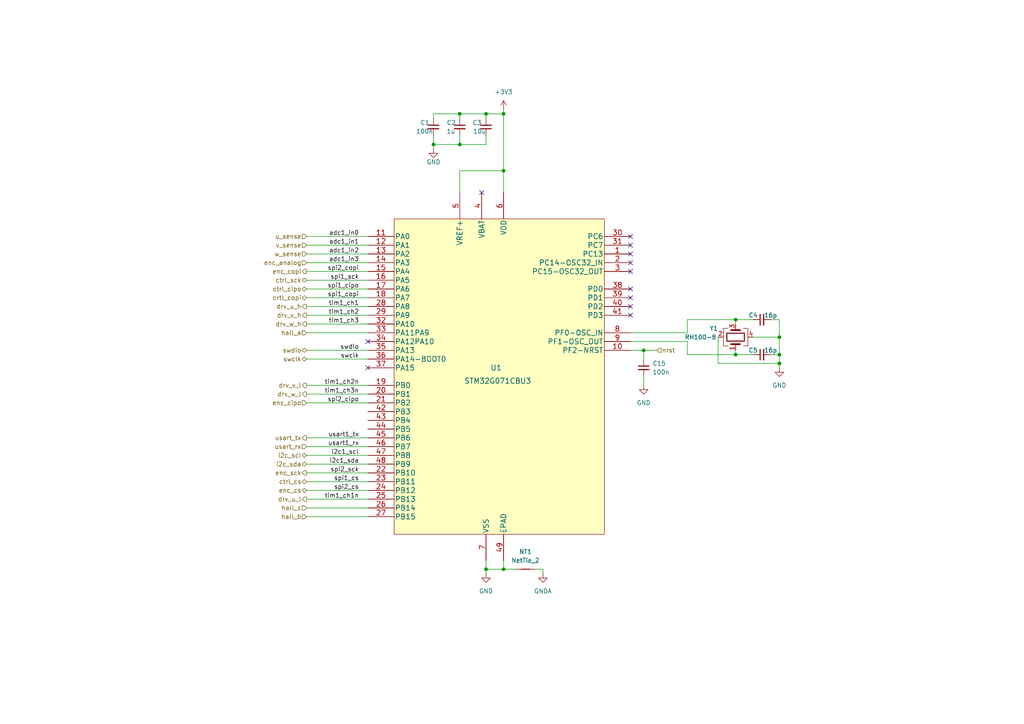
<source format=kicad_sch>
(kicad_sch (version 20230121) (generator eeschema)
  (paper "A4")
  (lib_symbols
    (symbol "Device:C_Small" (pin_numbers hide) (pin_names (offset 0.254) hide)
      (property "Reference" "C" (at 0.254 1.778 0))
      (property "Value" "C_Small" (at 0.254 -2.032 0))
      (symbol "C_Small_0_1"
        (polyline (pts (xy -1.524 -0.508) (xy 1.524 -0.508)) (stroke (width 0.3302)))
        (polyline (pts (xy -1.524 0.508) (xy 1.524 0.508)) (stroke (width 0.3048)))
      )
      (symbol "C_Small_1_1"
        (pin passive line (at 0 2.54 270) (length 2.032) (name "~") (number "1"))
        (pin passive line (at 0 -2.54 90) (length 2.032) (name "~") (number "2"))
      )
    )
    (symbol "Device:Crystal_GND24" (pin_names (offset 1.016) hide)
      (property "Reference" "Y" (at 3.175 5.08 0))
      (property "Value" "Crystal_GND24" (at 3.175 3.175 0))
      (symbol "Crystal_GND24_0_1"
        (rectangle (start -1.143 2.54) (end 1.143 -2.54) (stroke (width 0.3048)))
        (polyline (pts (xy -2.54 0) (xy -2.032 0)))
        (polyline (pts (xy -2.032 -1.27) (xy -2.032 1.27)) (stroke (width 0.508)))
        (polyline (pts (xy 0 -3.81) (xy 0 -3.556)))
        (polyline (pts (xy 0 3.556) (xy 0 3.81)))
        (polyline (pts (xy 2.032 -1.27) (xy 2.032 1.27)) (stroke (width 0.508)))
        (polyline (pts (xy 2.032 0) (xy 2.54 0)))
        (polyline (pts (xy -2.54 -2.286) (xy -2.54 -3.556) (xy 2.54 -3.556) (xy 2.54 -2.286)))
        (polyline (pts (xy -2.54 2.286) (xy -2.54 3.556) (xy 2.54 3.556) (xy 2.54 2.286)))
      )
      (symbol "Crystal_GND24_1_1"
        (pin passive line (at -3.81 0 0) (length 1.27) (name "1") (number "1"))
        (pin passive line (at 0 5.08 270) (length 1.27) (name "2") (number "2"))
        (pin passive line (at 3.81 0 180) (length 1.27) (name "3") (number "3"))
        (pin passive line (at 0 -5.08 90) (length 1.27) (name "4") (number "4"))
      )
    )
    (symbol "Device:NetTie_2" (pin_numbers hide) (pin_names (offset 0) hide)
      (property "Reference" "NT" (at 0 1.27 0))
      (property "Value" "NetTie_2" (at 0 -1.27 0))
      (symbol "NetTie_2_0_1"
        (polyline (pts (xy -1.27 0) (xy 1.27 0)) (stroke (width 0.254)))
      )
      (symbol "NetTie_2_1_1"
        (pin passive line (at -2.54 0 0) (length 2.54) (name "1") (number "1"))
        (pin passive line (at 2.54 0 180) (length 2.54) (name "2") (number "2"))
      )
    )
    (symbol "a22verter:STM32G071CBU3" (pin_names (offset 0.254))
      (property "Reference" "U" (at 0 1.27 0))
      (property "Value" "STM32G071CBU3" (at 0 -1.27 0))
      (symbol "STM32G071CBU3_0_1"
        (rectangle (start -29.21 45.72) (end 31.75 -45.72) (fill (type background)))
      )
      (symbol "STM32G071CBU3_1_1"
        (pin bidirectional line (at 39.37 35.56 180) (length 7.62) (name "PC13") (number "1"))
        (pin bidirectional line (at 39.37 7.62 180) (length 7.62) (name "PF2-NRST") (number "10"))
        (pin bidirectional line (at -36.83 40.64 0) (length 7.62) (name "PA0") (number "11"))
        (pin bidirectional line (at -36.83 38.1 0) (length 7.62) (name "PA1") (number "12"))
        (pin bidirectional line (at -36.83 35.56 0) (length 7.62) (name "PA2") (number "13"))
        (pin bidirectional line (at -36.83 33.02 0) (length 7.62) (name "PA3") (number "14"))
        (pin bidirectional line (at -36.83 30.48 0) (length 7.62) (name "PA4") (number "15"))
        (pin bidirectional line (at -36.83 27.94 0) (length 7.62) (name "PA5") (number "16"))
        (pin bidirectional line (at -36.83 25.4 0) (length 7.62) (name "PA6") (number "17"))
        (pin bidirectional line (at -36.83 22.86 0) (length 7.62) (name "PA7") (number "18"))
        (pin bidirectional line (at -36.83 -2.54 0) (length 7.62) (name "PB0") (number "19"))
        (pin bidirectional line (at 39.37 33.02 180) (length 7.62) (name "PC14-OSC32_IN") (number "2"))
        (pin bidirectional line (at -36.83 -5.08 0) (length 7.62) (name "PB1") (number "20"))
        (pin bidirectional line (at -36.83 -7.62 0) (length 7.62) (name "PB2") (number "21"))
        (pin bidirectional line (at -36.83 -27.94 0) (length 7.62) (name "PB10") (number "22"))
        (pin bidirectional line (at -36.83 -30.48 0) (length 7.62) (name "PB11") (number "23"))
        (pin bidirectional line (at -36.83 -33.02 0) (length 7.62) (name "PB12") (number "24"))
        (pin bidirectional line (at -36.83 -35.56 0) (length 7.62) (name "PB13") (number "25"))
        (pin bidirectional line (at -36.83 -38.1 0) (length 7.62) (name "PB14") (number "26"))
        (pin bidirectional line (at -36.83 -40.64 0) (length 7.62) (name "PB15") (number "27"))
        (pin bidirectional line (at -36.83 20.32 0) (length 7.62) (name "PA8") (number "28"))
        (pin bidirectional line (at -36.83 17.78 0) (length 7.62) (name "PA9") (number "29"))
        (pin bidirectional line (at 39.37 30.48 180) (length 7.62) (name "PC15-OSC32_OUT") (number "3"))
        (pin bidirectional line (at 39.37 40.64 180) (length 7.62) (name "PC6") (number "30"))
        (pin bidirectional line (at 39.37 38.1 180) (length 7.62) (name "PC7") (number "31"))
        (pin bidirectional line (at -36.83 15.24 0) (length 7.62) (name "PA10") (number "32"))
        (pin bidirectional line (at -36.83 12.7 0) (length 7.62) (name "PA11PA9") (number "33"))
        (pin bidirectional line (at -36.83 10.16 0) (length 7.62) (name "PA12PA10") (number "34"))
        (pin bidirectional line (at -36.83 7.62 0) (length 7.62) (name "PA13") (number "35"))
        (pin bidirectional line (at -36.83 5.08 0) (length 7.62) (name "PA14-BOOT0") (number "36"))
        (pin bidirectional line (at -36.83 2.54 0) (length 7.62) (name "PA15") (number "37"))
        (pin bidirectional line (at 39.37 25.4 180) (length 7.62) (name "PD0") (number "38"))
        (pin bidirectional line (at 39.37 22.86 180) (length 7.62) (name "PD1") (number "39"))
        (pin power_in line (at -3.81 53.34 270) (length 7.62) (name "VBAT") (number "4"))
        (pin bidirectional line (at 39.37 20.32 180) (length 7.62) (name "PD2") (number "40"))
        (pin bidirectional line (at 39.37 17.78 180) (length 7.62) (name "PD3") (number "41"))
        (pin bidirectional line (at -36.83 -10.16 0) (length 7.62) (name "PB3") (number "42"))
        (pin bidirectional line (at -36.83 -12.7 0) (length 7.62) (name "PB4") (number "43"))
        (pin bidirectional line (at -36.83 -15.24 0) (length 7.62) (name "PB5") (number "44"))
        (pin bidirectional line (at -36.83 -17.78 0) (length 7.62) (name "PB6") (number "45"))
        (pin bidirectional line (at -36.83 -20.32 0) (length 7.62) (name "PB7") (number "46"))
        (pin bidirectional line (at -36.83 -22.86 0) (length 7.62) (name "PB8") (number "47"))
        (pin bidirectional line (at -36.83 -25.4 0) (length 7.62) (name "PB9") (number "48"))
        (pin unspecified line (at 2.54 -53.34 90) (length 7.62) (name "EPAD") (number "49"))
        (pin power_in line (at -10.16 53.34 270) (length 7.62) (name "VREF+") (number "5"))
        (pin power_in line (at 2.54 53.34 270) (length 7.62) (name "VDD") (number "6"))
        (pin power_in line (at -2.54 -53.34 90) (length 7.62) (name "VSS") (number "7"))
        (pin bidirectional line (at 39.37 12.7 180) (length 7.62) (name "PF0-OSC_IN") (number "8"))
        (pin bidirectional line (at 39.37 10.16 180) (length 7.62) (name "PF1-OSC_OUT") (number "9"))
      )
    )
    (symbol "power:+3V3" (power) (pin_names (offset 0))
      (property "Value" "+3V3" (at 0 3.556 0))
      (symbol "+3V3_0_1"
        (polyline (pts (xy -0.762 1.27) (xy 0 2.54)))
        (polyline (pts (xy 0 0) (xy 0 2.54)))
        (polyline (pts (xy 0 2.54) (xy 0.762 1.27)))
      )
      (symbol "+3V3_1_1"
        (pin power_in line (at 0 0 90) (length 0) hide (name "+3V3") (number "1"))
      )
    )
    (symbol "power:GND" (power) (pin_names (offset 0))
      (property "Value" "GND" (at 0 -3.81 0))
      (symbol "GND_0_1"
        (polyline (pts (xy 0 0) (xy 0 -1.27) (xy 1.27 -1.27) (xy 0 -2.54) (xy -1.27 -1.27) (xy 0 -1.27)))
      )
      (symbol "GND_1_1"
        (pin power_in line (at 0 0 270) (length 0) hide (name "GND") (number "1"))
      )
    )
    (symbol "power:GNDA" (power) (pin_names (offset 0))
      (property "Value" "GNDA" (at 0 -3.81 0))
      (symbol "GNDA_0_1"
        (polyline (pts (xy 0 0) (xy 0 -1.27) (xy 1.27 -1.27) (xy 0 -2.54) (xy -1.27 -1.27) (xy 0 -1.27)))
      )
      (symbol "GNDA_1_1"
        (pin power_in line (at 0 0 270) (length 0) hide (name "GNDA") (number "1"))
      )
    )
  )
  (junction (at 140.97 33.02))
  (junction (at 146.05 165.1))
  (junction (at 146.05 49.53))
  (junction (at 125.73 41.91))
  (junction (at 226.06 97.79))
  (junction (at 213.36 102.87))
  (junction (at 226.06 102.87))
  (junction (at 133.35 33.02))
  (junction (at 133.35 41.91))
  (junction (at 186.69 101.6))
  (junction (at 213.36 92.71))
  (junction (at 146.05 33.02))
  (junction (at 226.06 105.41))
  (junction (at 140.97 165.1))
  (no_connect (at 106.68 106.68))
  (no_connect (at 106.68 99.06))
  (no_connect (at 182.88 88.9))
  (no_connect (at 182.88 91.44))
  (no_connect (at 182.88 68.58))
  (no_connect (at 182.88 71.12))
  (no_connect (at 182.88 73.66))
  (no_connect (at 182.88 76.2))
  (no_connect (at 182.88 78.74))
  (no_connect (at 182.88 83.82))
  (no_connect (at 139.7 55.88))
  (no_connect (at 182.88 86.36))
  (wire (pts (xy 133.35 41.91) (xy 140.97 41.91)))
  (wire (pts (xy 213.36 92.71) (xy 218.44 92.71)))
  (wire (pts (xy 88.9 116.84) (xy 106.68 116.84)))
  (wire (pts (xy 182.88 96.52) (xy 199.39 96.52)))
  (wire (pts (xy 186.69 101.6) (xy 190.5 101.6)))
  (wire (pts (xy 146.05 165.1) (xy 149.86 165.1)))
  (wire (pts (xy 199.39 102.87) (xy 213.36 102.87)))
  (wire (pts (xy 125.73 33.02) (xy 125.73 34.29)))
  (wire (pts (xy 140.97 162.56) (xy 140.97 165.1)))
  (wire (pts (xy 125.73 39.37) (xy 125.73 41.91)))
  (wire (pts (xy 146.05 33.02) (xy 146.05 49.53)))
  (wire (pts (xy 88.9 96.52) (xy 106.68 96.52)))
  (wire (pts (xy 88.9 147.32) (xy 106.68 147.32)))
  (wire (pts (xy 88.9 68.58) (xy 106.68 68.58)))
  (wire (pts (xy 199.39 92.71) (xy 199.39 96.52)))
  (wire (pts (xy 133.35 33.02) (xy 133.35 34.29)))
  (wire (pts (xy 88.9 76.2) (xy 106.68 76.2)))
  (wire (pts (xy 88.9 142.24) (xy 106.68 142.24)))
  (wire (pts (xy 88.9 101.6) (xy 106.68 101.6)))
  (wire (pts (xy 226.06 92.71) (xy 226.06 97.79)))
  (wire (pts (xy 223.52 102.87) (xy 226.06 102.87)))
  (wire (pts (xy 213.36 101.6) (xy 213.36 102.87)))
  (wire (pts (xy 199.39 99.06) (xy 182.88 99.06)))
  (wire (pts (xy 88.9 132.08) (xy 106.68 132.08)))
  (wire (pts (xy 88.9 137.16) (xy 106.68 137.16)))
  (wire (pts (xy 88.9 88.9) (xy 106.68 88.9)))
  (wire (pts (xy 125.73 41.91) (xy 133.35 41.91)))
  (wire (pts (xy 146.05 31.75) (xy 146.05 33.02)))
  (wire (pts (xy 208.28 105.41) (xy 226.06 105.41)))
  (wire (pts (xy 140.97 165.1) (xy 146.05 165.1)))
  (wire (pts (xy 88.9 129.54) (xy 106.68 129.54)))
  (wire (pts (xy 223.52 92.71) (xy 226.06 92.71)))
  (wire (pts (xy 182.88 101.6) (xy 186.69 101.6)))
  (wire (pts (xy 213.36 92.71) (xy 213.36 93.98)))
  (wire (pts (xy 140.97 39.37) (xy 140.97 41.91)))
  (wire (pts (xy 157.48 165.1) (xy 157.48 166.37)))
  (wire (pts (xy 199.39 92.71) (xy 213.36 92.71)))
  (wire (pts (xy 88.9 81.28) (xy 106.68 81.28)))
  (wire (pts (xy 88.9 91.44) (xy 106.68 91.44)))
  (wire (pts (xy 133.35 41.91) (xy 133.35 39.37)))
  (wire (pts (xy 88.9 139.7) (xy 106.68 139.7)))
  (wire (pts (xy 88.9 71.12) (xy 106.68 71.12)))
  (wire (pts (xy 208.28 97.79) (xy 208.28 105.41)))
  (wire (pts (xy 88.9 86.36) (xy 106.68 86.36)))
  (wire (pts (xy 88.9 111.76) (xy 106.68 111.76)))
  (wire (pts (xy 88.9 73.66) (xy 106.68 73.66)))
  (wire (pts (xy 154.94 165.1) (xy 157.48 165.1)))
  (wire (pts (xy 140.97 33.02) (xy 146.05 33.02)))
  (wire (pts (xy 88.9 114.3) (xy 106.68 114.3)))
  (wire (pts (xy 186.69 101.6) (xy 186.69 104.14)))
  (wire (pts (xy 199.39 99.06) (xy 199.39 102.87)))
  (wire (pts (xy 88.9 104.14) (xy 106.68 104.14)))
  (wire (pts (xy 88.9 149.86) (xy 106.68 149.86)))
  (wire (pts (xy 226.06 105.41) (xy 226.06 106.68)))
  (wire (pts (xy 88.9 127) (xy 106.68 127)))
  (wire (pts (xy 88.9 93.98) (xy 106.68 93.98)))
  (wire (pts (xy 125.73 41.91) (xy 125.73 43.18)))
  (wire (pts (xy 125.73 33.02) (xy 133.35 33.02)))
  (wire (pts (xy 146.05 49.53) (xy 146.05 55.88)))
  (wire (pts (xy 88.9 144.78) (xy 106.68 144.78)))
  (wire (pts (xy 88.9 83.82) (xy 106.68 83.82)))
  (wire (pts (xy 88.9 134.62) (xy 106.68 134.62)))
  (wire (pts (xy 133.35 49.53) (xy 146.05 49.53)))
  (wire (pts (xy 140.97 33.02) (xy 140.97 34.29)))
  (wire (pts (xy 88.9 78.74) (xy 106.68 78.74)))
  (wire (pts (xy 133.35 33.02) (xy 140.97 33.02)))
  (wire (pts (xy 226.06 105.41) (xy 226.06 102.87)))
  (wire (pts (xy 226.06 102.87) (xy 226.06 97.79)))
  (wire (pts (xy 146.05 162.56) (xy 146.05 165.1)))
  (wire (pts (xy 140.97 165.1) (xy 140.97 166.37)))
  (wire (pts (xy 213.36 102.87) (xy 218.44 102.87)))
  (wire (pts (xy 226.06 97.79) (xy 218.44 97.79)))
  (wire (pts (xy 133.35 55.88) (xy 133.35 49.53)))
  (wire (pts (xy 186.69 109.22) (xy 186.69 111.76)))
  (label "i2c1_scl" (at 104.14 132.08 180))
  (label "spi2_cs" (at 104.14 142.24 180))
  (label "adc1_in3" (at 104.14 76.2 180))
  (label "adc1_in0" (at 104.14 68.58 180))
  (label "tim1_ch3n" (at 104.14 114.3 180))
  (label "tim1_ch3" (at 104.14 93.98 180))
  (label "spi1_cs" (at 104.14 139.7 180))
  (label "spi2_copi" (at 104.14 78.74 180))
  (label "spi2_sck" (at 104.14 137.16 180))
  (label "usart1_tx" (at 104.14 127 180))
  (label "adc1_in1" (at 104.14 71.12 180))
  (label "swclk" (at 104.14 104.14 180))
  (label "tim1_ch1" (at 104.14 88.9 180))
  (label "i2c1_sda" (at 104.14 134.62 180))
  (label "spi1_copi" (at 104.14 86.36 180))
  (label "spi1_cipo" (at 104.14 83.82 180))
  (label "adc1_in2" (at 104.14 73.66 180))
  (label "spi1_sck" (at 104.14 81.28 180))
  (label "tim1_ch2" (at 104.14 91.44 180))
  (label "tim1_ch1n" (at 104.14 144.78 180))
  (label "spi2_cipo" (at 104.14 116.84 180))
  (label "usart1_rx" (at 104.14 129.54 180))
  (label "tim1_ch2n" (at 104.14 111.76 180))
  (label "swdio" (at 104.14 101.6 180))
  (hierarchical_label "u_sense" (shape input) (at 88.9 68.58 180))
  (hierarchical_label "drv_v_l" (shape output) (at 88.9 111.76 180))
  (hierarchical_label "drv_w_l" (shape output) (at 88.9 114.3 180))
  (hierarchical_label "swclk" (shape bidirectional) (at 88.9 104.14 180))
  (hierarchical_label "w_sense" (shape input) (at 88.9 73.66 180))
  (hierarchical_label "v_sense" (shape input) (at 88.9 71.12 180))
  (hierarchical_label "enc_cipo" (shape input) (at 88.9 116.84 180))
  (hierarchical_label "i2c_sda" (shape bidirectional) (at 88.9 134.62 180))
  (hierarchical_label "enc_copi" (shape output) (at 88.9 78.74 180))
  (hierarchical_label "hall_c" (shape input) (at 88.9 147.32 180))
  (hierarchical_label "ctrl_cs" (shape bidirectional) (at 88.9 139.7 180))
  (hierarchical_label "drv_u_l" (shape output) (at 88.9 144.78 180))
  (hierarchical_label "ctrl_cipo" (shape bidirectional) (at 88.9 83.82 180))
  (hierarchical_label "enc_analog" (shape input) (at 88.9 76.2 180))
  (hierarchical_label "drv_w_h" (shape output) (at 88.9 93.98 180))
  (hierarchical_label "enc_cs" (shape bidirectional) (at 88.9 142.24 180))
  (hierarchical_label "nrst" (shape input) (at 190.5 101.6 0))
  (hierarchical_label "enc_sck" (shape output) (at 88.9 137.16 180))
  (hierarchical_label "i2c_scl" (shape bidirectional) (at 88.9 132.08 180))
  (hierarchical_label "ctrl_sck" (shape bidirectional) (at 88.9 81.28 180))
  (hierarchical_label "usart_tx" (shape output) (at 88.9 127 180))
  (hierarchical_label "drv_v_h" (shape output) (at 88.9 91.44 180))
  (hierarchical_label "swdio" (shape bidirectional) (at 88.9 101.6 180))
  (hierarchical_label "drv_u_h" (shape output) (at 88.9 88.9 180))
  (hierarchical_label "hall_b" (shape input) (at 88.9 149.86 180))
  (hierarchical_label "usart_rx" (shape input) (at 88.9 129.54 180))
  (hierarchical_label "crtl_copi" (shape bidirectional) (at 88.9 86.36 180))
  (hierarchical_label "hall_a" (shape input) (at 88.9 96.52 180))
  (symbol (lib_id "Device:C_Small") (at 186.69 106.68 0) (unit 1)
    (property "Reference" "C15" (at 189.23 105.4162 0) (effects (justify left)))
    (property "Value" "100n" (at 189.23 107.9562 0) (effects (justify left)))
    (property "Footprint" "Capacitor_SMD:C_0402_1005Metric" (effects hide))
  )
  (symbol (lib_id "a22verter:STM32G071CBU3") (at 143.51 109.22 0) (unit 1)
    (property "Reference" "U1" (at 142.24 106.68 0) (effects (font (size 1.524 1.524)) (justify left)))
    (property "Value" "STM32G071CBU3" (at 134.62 110.49 0) (effects (font (size 1.524 1.524)) (justify left)))
    (property "Footprint" "Package_DFN_QFN:QFN-48-1EP_7x7mm_P0.5mm_EP5.45x5.45mm" (effects hide))
  )
  (symbol (lib_id "Device:NetTie_2") (at 152.4 165.1 0) (unit 1)
    (property "Reference" "NT1" (at 152.4 160.02 0))
    (property "Value" "NetTie_2" (at 152.4 162.56 0))
    (property "Footprint" "NetTie:NetTie-2_SMD_Pad0.5mm" (effects hide))
  )
  (symbol (lib_id "power:GND") (at 186.69 111.76 0) (unit 1)
    (property "Reference" "#PWR0106" (effects hide))
    (property "Value" "GND" (at 186.69 116.84 0))
  )
  (symbol (lib_id "Device:C_Small") (at 220.98 92.71 90) (unit 1)
    (property "Reference" "C4" (at 218.44 91.44 90))
    (property "Value" "16p" (at 223.52 91.44 90))
    (property "Footprint" "Capacitor_SMD:C_0402_1005Metric" (effects hide))
  )
  (symbol (lib_id "Device:C_Small") (at 220.98 102.87 90) (unit 1)
    (property "Reference" "C5" (at 218.44 101.6 90))
    (property "Value" "16p" (at 223.52 101.6 90))
    (property "Footprint" "Capacitor_SMD:C_0402_1005Metric" (effects hide))
  )
  (symbol (lib_id "Device:C_Small") (at 133.35 36.83 0) (unit 1)
    (property "Reference" "C2" (at 129.54 35.56 0) (effects (justify left)))
    (property "Value" "1u" (at 132.08 38.1 0) (effects (justify right)))
    (property "Footprint" "Capacitor_SMD:C_0402_1005Metric" (effects hide))
  )
  (symbol (lib_id "power:GND") (at 140.97 166.37 0) (unit 1)
    (property "Reference" "#PWR05" (effects hide))
    (property "Value" "GND" (at 140.97 171.45 0))
  )
  (symbol (lib_id "power:GND") (at 125.73 43.18 0) (unit 1)
    (property "Reference" "#PWR04" (effects hide))
    (property "Value" "GND" (at 125.73 46.99 0))
  )
  (symbol (lib_id "Device:C_Small") (at 125.73 36.83 0) (unit 1)
    (property "Reference" "C1" (at 121.92 35.56 0) (effects (justify left)))
    (property "Value" "100n" (at 120.65 38.1 0) (effects (justify left)))
    (property "Footprint" "Capacitor_SMD:C_0402_1005Metric" (effects hide))
  )
  (symbol (lib_id "power:GND") (at 226.06 106.68 0) (unit 1)
    (property "Reference" "#PWR07" (effects hide))
    (property "Value" "GND" (at 226.06 111.76 0))
  )
  (symbol (lib_id "power:GNDA") (at 157.48 166.37 0) (unit 1)
    (property "Reference" "#PWR0105" (effects hide))
    (property "Value" "GNDA" (at 157.48 171.45 0))
  )
  (symbol (lib_id "power:+3V3") (at 146.05 31.75 0) (unit 1)
    (property "Reference" "#PWR06" (effects hide))
    (property "Value" "+3V3" (at 146.05 26.67 0))
  )
  (symbol (lib_id "Device:C_Small") (at 140.97 36.83 0) (mirror x) (unit 1)
    (property "Reference" "C3" (at 139.7 35.56 0) (effects (justify right)))
    (property "Value" "10u" (at 140.97 38.1 0) (effects (justify right)))
    (property "Footprint" "Capacitor_SMD:C_0402_1005Metric" (effects hide))
  )
  (symbol (lib_id "Device:Crystal_GND24") (at 213.36 97.79 90) (unit 1)
    (property "Reference" "Y1" (at 207.01 95.25 90))
    (property "Value" "RH100-8" (at 203.2 97.79 90))
    (property "Footprint" "Crystal:Crystal_SMD_3225-4Pin_3.2x2.5mm" (effects hide))
  )
)
</source>
